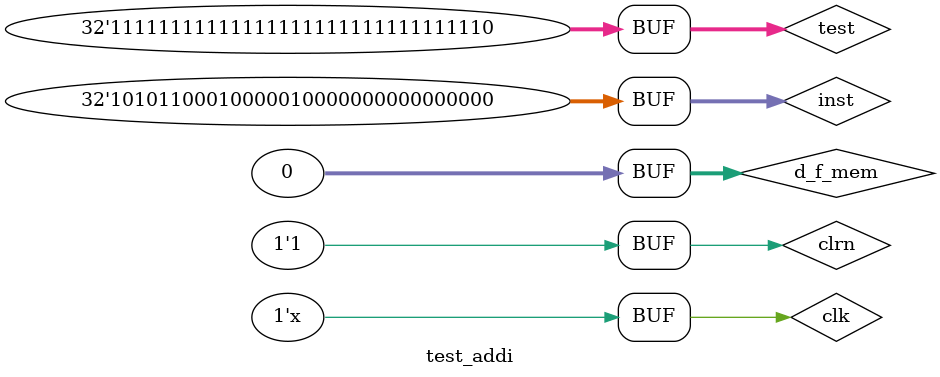
<source format=v>
`timescale 1ns / 1ps


module test_addi;

	// Inputs
	reg clk;
	reg clrn;
	reg [31:0] inst;
	reg [31:0] d_f_mem;

	// Outputs
	wire [31:0] pc;
	wire [31:0] m_addr;
	wire [31:0] d_t_mem;
	wire write;
	wire io_rdn;
	wire io_wrn;
	wire rvram;
	wire wvram;
	wire torv;
	wire mode;

	// Instantiate the Unit Under Test (UUT)
	single_cycle_cpu_io uut (
		.clk(clk), 
		.clrn(clrn), 
		.pc(pc), 
		.inst(inst), 
		.m_addr(m_addr), 
		.d_f_mem(d_f_mem), 
		.d_t_mem(d_t_mem), 
		.write(write), 
		.io_rdn(io_rdn), 
		.io_wrn(io_wrn), 
		.rvram(rvram), 
		.wvram(wvram), 
		.torv(torv), 
		.mode(mode)
	);
	reg[31:0] test;
	initial begin
		// Initialize Inputs
		clk = 0;
		clrn = 1;
		inst = 0;
		d_f_mem = 0;
		#20;
		inst = 32'h2041FFFC;
		#20;
		inst = 32'hAC410000;
		
		// Wait 100 ns for global reset to finish
		#100;
		test = 32'h2+32'hFFFF_FFFC;
		// Add stimulus here

	end

   always #10  clk = ~clk;
	reg test_clk=1;
	always @(posedge clk)begin
		test_clk = ~test_clk;
	end
	reg test_clk2=1;
	always @(posedge test_clk)begin
		test_clk2 = ~test_clk2;
	end
endmodule


</source>
